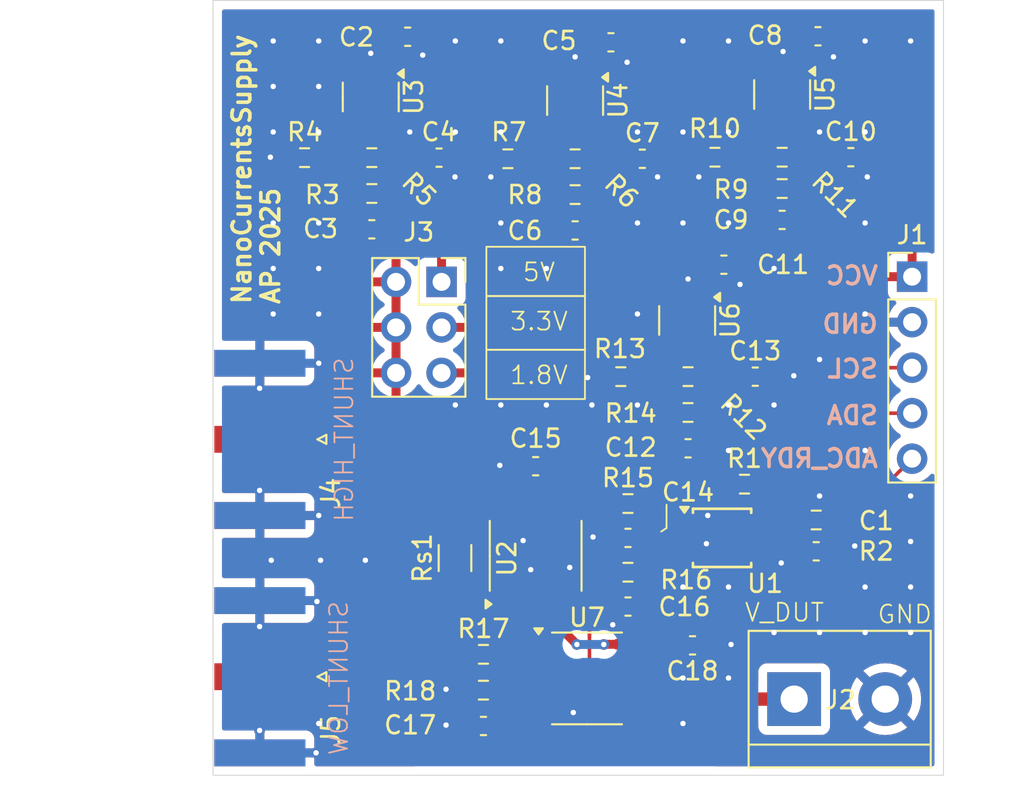
<source format=kicad_pcb>
(kicad_pcb (version 20240108) (generator "pcbnew") (generator_version "8.0")
  (layers (0 "F.Cu" signal) (31 "B.Cu" signal) (34 "B.Paste" user) (35 "F.Paste" user) (36 "B.SilkS" user "B.Silkscreen") (37 "F.SilkS" user "F.Silkscreen") (38 "B.Mask" user) (39 "F.Mask" user) (44 "Edge.Cuts" user))
  (net 0 "")
  (net 1 "+5VP")
  (net 2 "GND")
  (net 3 "VCC")
  (net 4 "Net-(U3-ADJ)")
  (net 5 "+5V")
  (net 6 "Net-(U4-ADJ)")
  (net 7 "+3.3V")
  (net 8 "Net-(U5-ADJ)")
  (net 9 "+1V8")
  (net 10 "Net-(U6-ADJ)")
  (net 11 "/ADC_IN_CURRENT")
  (net 12 "/ADC_IN_VOLTAGE")
  (net 13 "Net-(U7A-+)")
  (net 14 "I2C_SDA")
  (net 15 "I2C_SCL")
  (net 16 "RS_LOW")
  (net 17 "RS_HIGH")
  (net 18 "Net-(R15-Pad1)")
  (net 19 "Net-(U7A--)")
  (net 23 "ADC_RDY")
  (footprint "Capacitor_SMD:C_0603_1608Metric_Pad1.08x0.95mm_HandSolder" (layer "F.Cu") (at 114.15 51.25)
    (property "Reference" "C14")
    (property "Value" "~")
  )
  (footprint "Resistor_SMD:R_0603_1608Metric_Pad0.98x0.95mm_HandSolder" (layer "F.Cu") (at 106.0875 57.75)
    (property "Reference" "R17")
    (property "Value" "10k")
  )
  (footprint "Package_SO:TSSOP-10_3x3mm_P0.5mm" (layer "F.Cu") (at 119.4 51.25)
    (property "Reference" "U1")
    (property "Value" "ADS1015IDGS")
  )
  (footprint "TerminalBlock:TerminalBlock_bornier-2_P5.08mm" (layer "F.Cu") (at 123.42 60.25)
    (property "Reference" "J2")
    (property "Value" "Screw_Terminal_01x02")
  )
  (footprint "Resistor_SMD:R_0603_1608Metric_Pad0.98x0.95mm_HandSolder" (layer "F.Cu") (at 114.15 49.333334)
    (property "Reference" "R15")
    (property "Value" "~")
  )
  (footprint "Resistor_SMD:R_1206_3216Metric_Pad1.30x1.75mm_HandSolder" (layer "F.Cu") (at 104.5 52.375 90)
    (property "Reference" "Rs1")
    (property "Value" "1")
  )
  (footprint "Resistor_SMD:R_0603_1608Metric_Pad0.98x0.95mm_HandSolder" (layer "F.Cu") (at 117.5 42.25 180)
    (property "Reference" "R12")
    (property "Value" "470k")
  )
  (footprint "Capacitor_SMD:C_0603_1608Metric_Pad1.08x0.95mm_HandSolder" (layer "F.Cu") (at 122.75 33.5 180)
    (property "Reference" "C9")
    (property "Value" "0.1uF")
  )
  (footprint "Capacitor_SMD:C_0603_1608Metric_Pad1.08x0.95mm_HandSolder" (layer "F.Cu") (at 126.58 30)
    (property "Reference" "C10")
    (property "Value" "4.7uF")
  )
  (footprint "Capacitor_SMD:C_0603_1608Metric_Pad1.08x0.95mm_HandSolder" (layer "F.Cu") (at 117.75 57.25 180)
    (property "Reference" "C18")
    (property "Value" "100nF")
  )
  (footprint "Connector_PinHeader_2.54mm:PinHeader_1x05_P2.54mm_Vertical" (layer "F.Cu") (at 130 36.67)
    (property "Reference" "J1")
    (property "Value" "Conn_01x05_Pin")
  )
  (footprint "Package_SO:SOIC-8_3.9x4.9mm_P1.27mm" (layer "F.Cu") (at 109 52.25 90)
    (property "Reference" "U2")
    (property "Value" "INA240A1D")
  )
  (footprint "Capacitor_SMD:C_0603_1608Metric_Pad1.08x0.95mm_HandSolder" (layer "F.Cu") (at 117.5 46.25 180)
    (property "Reference" "C12")
    (property "Value" "0.1uF")
  )
  (footprint "Resistor_SMD:R_0603_1608Metric_Pad0.98x0.95mm_HandSolder" (layer "F.Cu") (at 111.2 30.0875 180)
    (property "Reference" "R6")
    (property "Value" "22k")
  )
  (footprint "Package_TO_SOT_SMD:SOT-23-5" (layer "F.Cu") (at 111.2 26.8375 -90)
    (property "Reference" "U4")
    (property "Value" "LP2980-ADJ")
  )
  (footprint "Capacitor_SMD:C_0603_1608Metric_Pad1.08x0.95mm_HandSolder" (layer "F.Cu") (at 114.95 30.0875)
    (property "Reference" "C7")
    (property "Value" "4.7uF")
  )
  (footprint "Capacitor_SMD:C_0603_1608Metric_Pad1.08x0.95mm_HandSolder" (layer "F.Cu") (at 111.2 34.0875 180)
    (property "Reference" "C6")
    (property "Value" "0.1uF")
  )
  (footprint "Connector_PinSocket_2.54mm:PinSocket_2x03_P2.54mm_Vertical" (layer "F.Cu") (at 103.75 36.96)
    (property "Reference" "J3")
    (property "Value" "Conn_02x03_Counter_Clockwise")
  )
  (footprint "Resistor_SMD:R_0603_1608Metric_Pad0.98x0.95mm_HandSolder" (layer "F.Cu") (at 120.65 48.25)
    (property "Reference" "R1")
    (property "Value" "10k")
  )
  (footprint "Capacitor_SMD:C_0603_1608Metric_Pad1.08x0.95mm_HandSolder" (layer "F.Cu") (at 106.0875 61.75)
    (property "Reference" "C17")
    (property "Value" "100nF")
  )
  (footprint "Capacitor_SMD:C_0603_1608Metric_Pad1.08x0.95mm_HandSolder" (layer "F.Cu") (at 113.2 23.5875)
    (property "Reference" "C5")
    (property "Value" "1uF")
  )
  (footprint "Resistor_SMD:R_0603_1608Metric_Pad0.98x0.95mm_HandSolder" (layer "F.Cu") (at 117.5 44.25 180)
    (property "Reference" "R14")
    (property "Value" "1M")
  )
  (footprint "Resistor_SMD:R_0603_1608Metric_Pad0.98x0.95mm_HandSolder" (layer "F.Cu") (at 96.11 30.025 180)
    (property "Reference" "R4")
    (property "Value" "100k")
  )
  (footprint "Capacitor_SMD:C_0603_1608Metric_Pad1.08x0.95mm_HandSolder" (layer "F.Cu") (at 121.25 42.25)
    (property "Reference" "C13")
    (property "Value" "4.7uF")
  )
  (footprint "Capacitor_SMD:C_0603_1608Metric_Pad1.08x0.95mm_HandSolder" (layer "F.Cu") (at 114.15 55.083334)
    (property "Reference" "C16")
    (property "Value" "~")
  )
  (footprint "Resistor_SMD:R_0603_1608Metric_Pad0.98x0.95mm_HandSolder" (layer "F.Cu") (at 99.86 32.025 180)
    (property "Reference" "R3")
    (property "Value" "470k")
  )
  (footprint "Resistor_SMD:R_0603_1608Metric_Pad0.98x0.95mm_HandSolder" (layer "F.Cu") (at 113.75 42.25 180)
    (property "Reference" "R13")
    (property "Value" "100k")
  )
  (footprint "Package_SO:SOIC-8_3.9x4.9mm_P1.27mm" (layer "F.Cu") (at 111.8625 59.095)
    (property "Reference" "U7")
    (property "Value" "LMV358")
  )
  (footprint "Capacitor_SMD:C_0603_1608Metric_Pad1.08x0.95mm_HandSolder" (layer "F.Cu") (at 99.86 34.025 180)
    (property "Reference" "C3")
    (property "Value" "0.1uF")
  )
  (footprint "Resistor_SMD:R_0603_1608Metric_Pad0.98x0.95mm_HandSolder" (layer "F.Cu") (at 124.65 50.25 180)
    (property "Reference" "R2")
    (property "Value" "10k")
  )
  (footprint "Capacitor_SMD:C_0603_1608Metric_Pad1.08x0.95mm_HandSolder" (layer "F.Cu") (at 101.86 23.275)
    (property "Reference" "C2")
    (property "Value" "1uF")
  )
  (footprint "Resistor_SMD:R_0603_1608Metric_Pad0.98x0.95mm_HandSolder" (layer "F.Cu") (at 106.0875 59.75 180)
    (property "Reference" "R18")
    (property "Value" "10k")
  )
  (footprint "Resistor_SMD:R_0603_1608Metric_Pad0.98x0.95mm_HandSolder" (layer "F.Cu") (at 111.2 32.0875 180)
    (property "Reference" "R8")
    (property "Value" "150k")
  )
  (footprint "Capacitor_SMD:C_0603_1608Metric_Pad1.08x0.95mm_HandSolder" (layer "F.Cu") (at 119.5 36)
    (property "Reference" "C11")
    (property "Value" "1uF")
  )
  (footprint "Package_TO_SOT_SMD:SOT-23-5" (layer "F.Cu") (at 117.45 39.1125 -90)
    (property "Reference" "U6")
    (property "Value" "LP2980-ADJ")
  )
  (footprint "Resistor_SMD:R_0603_1608Metric_Pad0.98x0.95mm_HandSolder" (layer "F.Cu") (at 122.75 31.75 180)
    (property "Reference" "R9")
    (property "Value" "100k")
  )
  (footprint "Connector_Coaxial:SMA_Amphenol_132289_EdgeMount" (layer "F.Cu") (at 93.6125 45.75 180)
    (property "Reference" "J4")
    (property "Value" "Conn_Coaxial")
  )
  (footprint "Resistor_SMD:R_0603_1608Metric_Pad0.98x0.95mm_HandSolder" (layer "F.Cu") (at 114.15 53.166666)
    (property "Reference" "R16")
    (property "Value" "~")
  )
  (footprint "Capacitor_SMD:C_0603_1608Metric_Pad1.08x0.95mm_HandSolder" (layer "F.Cu") (at 109 47.25 180)
    (property "Reference" "C15")
    (property "Value" "100nF")
  )
  (footprint "Resistor_SMD:R_0603_1608Metric_Pad0.98x0.95mm_HandSolder" (layer "F.Cu") (at 107.45 30.0875 180)
    (property "Reference" "R7")
    (property "Value" "100k")
  )
  (footprint "Capacitor_SMD:C_0603_1608Metric_Pad1.08x0.95mm_HandSolder" (layer "F.Cu") (at 103.61 30.025)
    (property "Reference" "C4")
    (property "Value" "4.7uF")
  )
  (footprint "Capacitor_SMD:C_0603_1608Metric_Pad1.08x0.95mm_HandSolder" (layer "F.Cu") (at 124.75 23.25)
    (property "Reference" "C8")
    (property "Value" "1uF")
  )
  (footprint "Resistor_SMD:R_0603_1608Metric_Pad0.98x0.95mm_HandSolder" (layer "F.Cu") (at 122.75 30 180)
    (property "Reference" "R11")
    (property "Value" "100k")
  )
  (footprint "Capacitor_SMD:C_0603_1608Metric_Pad1.08x0.95mm_HandSolder" (layer "F.Cu") (at 124.65 52)
    (property "Reference" "C1")
    (property "Value" "100nF")
  )
  (footprint "Package_TO_SOT_SMD:SOT-23-5" (layer "F.Cu") (at 99.8 26.6375 -90)
    (property "Reference" "U3")
    (property "Value" "LP2980-ADJ")
  )
  (footprint "Resistor_SMD:R_0603_1608Metric_Pad0.98x0.95mm_HandSolder" (layer "F.Cu") (at 119 30 180)
    (property "Reference" "R10")
    (property "Value" "100k")
  )
  (footprint "Connector_Coaxial:SMA_Amphenol_132289_EdgeMount" (layer "F.Cu") (at 93.6125 59 180)
    (property "Reference" "J5")
    (property "Value" "Conn_Coaxial")
  )
  (footprint "Resistor_SMD:R_0603_1608Metric_Pad0.98x0.95mm_HandSolder" (layer "F.Cu") (at 99.86 30.025 180)
    (property "Reference" "R5")
    (property "Value" "1M")
  )
  (footprint "Package_TO_SOT_SMD:SOT-23-5" (layer "F.Cu") (at 122.75 26.5 -90)
    (property "Reference" "U5")
    (property "Value" "LP2980-ADJ")
  )
  (gr_line (start 116.3 49.4) (end 116.3 50.7) (stroke (width 0.1)) (layer "F.SilkS"))
  (gr_rect (start 106.25 37.75) (end 111.75 40.75) (stroke (width 0.1)) (fill none) (layer "F.SilkS"))
  (gr_line (start 116.3 50.7) (end 116 50.9) (stroke (width 0.1)) (layer "F.SilkS"))
  (gr_rect (start 106.25 40.75) (end 111.75 43.5) (stroke (width 0.1)) (fill none) (layer "F.SilkS"))
  (gr_rect (start 106.25 35) (end 111.75 37.75) (stroke (width 0.1)) (fill none) (layer "F.SilkS"))
  (gr_rect (start 91 21.25) (end 131.75 64.5) (stroke (width 0.05)) (fill none) (layer "Edge.Cuts"))
  (gr_text "SDA" (at 128.2 45 0) (layer "B.SilkS") (effects (font (size 1 1) (thickness 0.2) (bold yes)) (justify left bottom mirror)))
  (gr_text "SHUNT_LOW" (at 98.6 54.7 90) (layer "B.SilkS") (effects (font (size 1 1) (thickness 0.1)) (justify left bottom mirror)))
  (gr_text "ADC_RDY" (at 128.2 47.4 0) (layer "B.SilkS") (effects (font (size 1 1) (thickness 0.2) (bold yes)) (justify left bottom mirror)))
  (gr_text "SHUNT_HIGH" (at 98.9 41.1 90) (layer "B.SilkS") (effects (font (size 1 1) (thickness 0.1)) (justify left bottom mirror)))
  (gr_text "GND" (at 128.2 39.9 0) (layer "B.SilkS") (effects (font (size 1 1) (thickness 0.2) (bold yes)) (justify left bottom mirror)))
  (gr_text "VCC" (at 128.2 37.2 0) (layer "B.SilkS") (effects (font (size 1 1) (thickness 0.2) (bold yes)) (justify left bottom mirror)))
  (gr_text "SCL" (at 128.2 42.4 0) (layer "B.SilkS") (effects (font (size 1 1) (thickness 0.2) (bold yes)) (justify left bottom mirror)))
  (gr_text "5V" (at 108.214285 37 0) (layer "F.SilkS") (effects (font (size 1 1) (thickness 0.1)) (justify left bottom)))
  (gr_text "NanoCurrentsSupply\nAP 2025" (at 94.8 38.3 90) (layer "F.SilkS") (effects (font (size 1 1) (thickness 0.2) (bold yes)) (justify left bottom)))
  (gr_text "GND" (at 128 56.1 0) (layer "F.SilkS") (effects (font (size 1 1) (thickness 0.1)) (justify left bottom)))
  (gr_text "V_DUT" (at 120.6 56 0) (layer "F.SilkS") (effects (font (size 1 1) (thickness 0.1)) (justify left bottom)))
  (gr_text "3.3V" (at 107.5 39.75 0) (layer "F.SilkS") (effects (font (size 1 1) (thickness 0.1)) (justify left bottom)))
  (gr_text "1.8V" (at 107.5 42.75 0) (layer "F.SilkS") (effects (font (size 1 1) (thickness 0.1)) (justify left bottom)))
  (segment (start 121.55 51.25) (end 120.95 51.25) (width 0.2) (layer "F.Cu") (net 1))
  (segment (start 118.3625 46.25) (end 118.3625 47.1875) (width 0.5) (layer "F.Cu") (net 1))
  (segment (start 117.3 48.25) (end 116.05 48.25) (width 0.5) (layer "F.Cu") (net 1))
  (segment (start 116.8875 57.25) (end 114.3975 57.25) (width 0.5) (layer "F.Cu") (net 1))
  (segment (start 109.635 54.725) (end 109.635 55.535) (width 0.5) (layer "F.Cu") (net 1))
  (segment (start 125.5375 50.25) (end 123.7875 52) (width 0.2) (layer "F.Cu") (net 1))
  (segment (start 118.4 46.2125) (end 118.3625 46.25) (width 0.5) (layer "F.Cu") (net 1))
  (segment (start 116.05 48.25) (end 115.05 47.25) (width 0.5) (layer "F.Cu") (net 1))
  (segment (start 119.7375 48.25) (end 119.7375 50.0375) (width 0.5) (layer "F.Cu") (net 1))
  (segment (start 122.35 51.25) (end 122.6 51.5) (width 0.2) (layer "F.Cu") (net 1))
  (segment (start 115.05 47.25) (end 109.8625 47.25) (width 0.5) (layer "F.Cu") (net 1))
  (segment (start 109.635 54.725) (end 109.635 49.775) (width 0.5) (layer "F.Cu") (net 1))
  (segment (start 119.7375 48.25) (end 117.3 48.25) (width 0.5) (layer "F.Cu") (net 1))
  (segment (start 112.81 57.19) (end 112.8 57.2) (width 0.5) (layer "F.Cu") (net 1))
  (segment (start 118.4 40.25) (end 118.4 46.2125) (width 0.5) (layer "F.Cu") (net 1))
  (segment (start 120.95 51.25) (end 120.3 50.6) (width 0.2) (layer "F.Cu") (net 1))
  (segment (start 123.7875 52) (end 123.1 52) (width 0.5) (layer "F.Cu") (net 1))
  (segment (start 119.7375 50.0375) (end 120.3 50.6) (width 0.5) (layer "F.Cu") (net 1))
  (segment (start 125.5625 50.25) (end 125.5375 50.25) (width 0.2) (layer "F.Cu") (net 1))
  (segment (start 109.635 48.265) (end 109.635 49.775) (width 0.5) (layer "F.Cu") (net 1))
  (segment (start 118.3625 47.1875) (end 117.3 48.25) (width 0.5) (layer "F.Cu") (net 1))
  (segment (start 114.3375 57.19) (end 112.81 57.19) (width 0.5) (layer "F.Cu") (net 1))
  (segment (start 120.3875 42.25) (end 118.4125 42.25) (width 0.5) (layer "F.Cu") (net 1))
  (segment (start 109.635 55.535) (end 111.3 57.2) (width 0.5) (layer "F.Cu") (net 1))
  (segment (start 123.1 52) (end 122.6 51.5) (width 0.5) (layer "F.Cu") (net 1))
  (segment (start 109.8625 47.25) (end 109.8625 48.0375) (width 0.5) (layer "F.Cu") (net 1))
  (segment (start 114.3975 57.25) (end 114.3375 57.19) (width 0.5) (layer "F.Cu") (net 1))
  (segment (start 109.8625 48.0375) (end 109.635 48.265) (width 0.5) (layer "F.Cu") (net 1))
  (segment (start 121.55 51.25) (end 122.35 51.25) (width 0.2) (layer "F.Cu") (net 1))
  (via (at 111.3 57.2) (size 0.6) (drill 0.3) (layers "F.Cu" "B.Cu") (net 1))
  (via (at 112.8 57.2) (size 0.6) (drill 0.3) (layers "F.Cu" "B.Cu") (net 1))
  (segment (start 111.3 57.2) (end 112.8 57.2) (width 0.5) (layer "B.Cu") (net 1))
  (segment (start 118.6125 57.25) (end 119.85 57.25) (width 0.2) (layer "F.Cu") (net 2))
  (segment (start 96.8 63.3) (end 96.75 63.25) (width 0.25) (layer "F.Cu") (net 2))
  (segment (start 117.45 37.975) (end 117.45 36.85) (width 0.25) (layer "F.Cu") (net 2))
  (segment (start 106.5375 30.0875) (end 106.5375 31.0625) (width 0.25) (layer "F.Cu") (net 2))
  (segment (start 104.4725 31.0725) (end 104.5 31.1) (width 0.25) (layer "F.Cu") (net 2))
  (segment (start 127.4425 30) (end 127.4425 31.0425) (width 0.25) (layer "F.Cu") (net 2))
  (segment (start 122.75 25.3625) (end 122.75 24.15) (width 0.25) (layer "F.Cu") (net 2))
  (segment (start 104.05 59.75) (end 104 59.7) (width 0.25) (layer "F.Cu") (net 2))
  (segment (start 106.5375 31.0625) (end 106.5 31.1) (width 0.25) (layer "F.Cu") (net 2))
  (segment (start 108.365 53.385) (end 108.365 54.725) (width 0.2) (layer "F.Cu") (net 2))
  (segment (start 93.6125 62.0125) (end 93.6 62) (width 0.25) (layer "F.Cu") (net 2))
  (segment (start 118.0875 30) (end 118.0875 31.0875) (width 0.25) (layer "F.Cu") (net 2))
  (segment (start 121.55 52.25) (end 122.3 52.25) (width 0.2) (layer "F.Cu") (net 2))
  (segment (start 102.7225 24.2775) (end 102.7 24.3) (width 0.25) (layer "F.Cu") (net 2))
  (segment (start 93.6125 63.25) (end 96.75 63.25) (width 0.25) (layer "F.Cu") (net 2))
  (segment (start 110.905 52.905) (end 110.9 52.9) (width 0.2) (layer "F.Cu") (net 2))
  (segment (start 118.0875 31.0875) (end 118.1 31.1) (width 0.25) (layer "F.Cu") (net 2))
  (segment (start 113.2875 55.083334) (end 113.2875 56.0875) (width 0.2) (layer "F.Cu") (net 2))
  (segment (start 99.8 25.5) (end 99.8 24.2) (width 0.25) (layer "F.Cu") (net 2))
  (segment (start 125.6125 24.4) (end 125.6125 23.25) (width 0.25) (layer "F.Cu") (net 2))
  (segment (start 122.1125 42.25) (end 123.35 42.25) (width 0.25) (layer "F.Cu") (net 2))
  (segment (start 93.6125 42.8875) (end 93.6 42.9) (width 0.25) (layer "F.Cu") (net 2))
  (segment (start 93.6125 63.25) (end 93.6125 62.0125) (width 0.25) (layer "F.Cu") (net 2))
  (segment (start 93.6125 54.75) (end 96.75 54.75) (width 0.25) (layer "F.Cu") (net 2))
  (segment (start 125.5125 52) (end 126.5 52) (width 0.2) (layer "F.Cu") (net 2))
  (segment (start 105.175 59.75) (end 104.05 59.75) (width 0.25) (layer "F.Cu") (net 2))
  (segment (start 112.8375 42.25) (end 111.95 42.25) (width 0.25) (layer "F.Cu") (net 2))
  (segment (start 120.3625 36) (end 120.3625 37.0625) (width 0.25) (layer "F.Cu") (net 2))
  (segment (start 121.55 52.25) (end 121.55 51.75) (width 0.2) (layer "F.Cu") (net 2))
  (segment (start 96.75 54.75) (end 96.8 54.8) (width 0.25) (layer "F.Cu") (net 2))
  (segment (start 117.45 36.85) (end 117.5 36.8) (width 0.25) (layer "F.Cu") (net 2))
  (segment (start 113.2875 51.25) (end 112.25 51.25) (width 0.2) (layer "F.Cu") (net 2))
  (segment (start 108.725 53.025) (end 108.365 53.385) (width 0.2) (layer "F.Cu") (net 2))
  (segment (start 119.85 57.25) (end 119.9 57.2) (width 0.2) (layer "F.Cu") (net 2))
  (segment (start 93.6125 50) (end 96.9 50) (width 0.25) (layer "F.Cu") (net 2))
  (segment (start 108.365 49.775) (end 108.365 51.335) (width 0.25) (layer "F.Cu") (net 2))
  (segment (start 114.0625 23.5875) (end 114.0625 24.6625) (width 0.25) (layer "F.Cu") (net 2))
  (segment (start 104.05 61.75) (end 104 61.7) (width 0.25) (layer "F.Cu") (net 2))
  (segment (start 127.4425 31.0425) (end 127.5 31.1) (width 0.25) (layer "F.Cu") (net 2))
  (segment (start 108.1375 47.25) (end 107.05 47.25) (width 0.25) (layer "F.Cu") (net 2))
  (segment (start 109.3875 61) (end 111.1 61) (width 0.25) (layer "F.Cu") (net 2))
  (segment (start 113.2875 56.0875) (end 113.3 56.1) (width 0.2) (layer "F.Cu") (net 2))
  (segment (start 117.25 51.25) (end 118.20147 51.25) (width 0.2) (layer "F.Cu") (net 2))
  (segment (start 108.365 51.335) (end 108.3 51.4) (width 0.25) (layer "F.Cu") (net 2))
  (segment (start 93.6125 48.6125) (end 93.6 48.6) (width 0.25) (layer "F.Cu") (net 2))
  (segment (start 120.3625 37.0625) (end 120.4 37.1) (width 0.25) (layer "F.Cu") (net 2))
  (segment (start 110.905 54.725) (end 110.905 52.905) (width 0.2) (layer "F.Cu") (net 2))
  (segment (start 93.6125 50) (end 93.6125 48.6125) (width 0.25) (layer "F.Cu") (net 2))
  (segment (start 115.8125 31.0875) (end 115.8 31.1) (width 0.25) (layer "F.Cu") (net 2))
  (segment (start 114.0625 24.6625) (end 114.1 24.7) (width 0.25) (layer "F.Cu") (net 2))
  (segment (start 115.8125 30.0875) (end 115.8125 31.0875) (width 0.25) (layer "F.Cu") (net 2))
  (segment (start 93.6 56.2) (end 93.6125 56.1875) (width 0.25) (layer "F.Cu") (net 2))
  (segment (start 117.25 50.25) (end 118.35 50.25) (width 0.2) (layer "F.Cu") (net 2))
  (segment (start 93.6125 41.5) (end 93.6125 42.8875) (width 0.25) (layer "F.Cu") (net 2))
  (segment (start 123.35 42.25) (end 123.4 42.2) (width 0.25) (layer "F.Cu") (net 2))
  (segment (start 93.6125 56.1875) (end 93.6125 54.75) (width 0.25) (layer "F.Cu") (net 2))
  (segment (start 102.7225 23.275) (end 102.7225 24.2775) (width 0.25) (layer "F.Cu") (net 2))
  (segment (start 112.25 51.25) (end 112.2 51.2) (width 0.2) (layer "F.Cu") (net 2))
  (segment (start 122.75 24.15) (end 122.8 24.1) (width 0.25) (layer "F.Cu") (net 2))
  (segment (start 122.3 52.25) (end 122.7 52.65) (width 0.2) (layer "F.Cu") (net 2))
  (segment (start 104.4725 30.025) (end 104.4725 31.0725) (width 0.25) (layer "F.Cu") (net 2))
  (segment (start 126.5 52) (end 126.8 51.7) (width 0.2) (layer "F.Cu") (net 2))
  (segment (start 94.225 30.025) (end 94.2 30) (width 0.25) (layer "F.Cu") (net 2))
  (segment (start 111.2 25.7) (end 111.2 24.4) (width 0.25) (layer "F.Cu") (net 2))
  (segment (start 105.225 61.75) (end 104.05 61.75) (width 0.25) (layer "F.Cu") (net 2))
  (segment (start 118.20147 51.25) (end 118.525735 51.574265) (width 0.2) (layer "F.Cu") (net 2))
  (segment (start 95.1975 30.025) (end 94.225 30.025) (width 0.25) (layer "F.Cu") (net 2))
  (segment (start 96.9 41.5) (end 93.6125 41.5) (width 0.25) (layer "F.Cu") (net 2))
  (segment (start 107.05 47.25) (end 107 47.2) (width 0.25) (layer "F.Cu") (net 2))
  (segment (start 118.35 50.25) (end 118.6 50) (width 0.2) (layer "F.Cu") (net 2))
  (segment (start 111.95 42.25) (end 111.9 42.3) (width 0.25) (layer "F.Cu") (net 2))
  (via (at 127.3775 23.51175) (size 0.6) (drill 0.3) (layers "F.Cu" "B.Cu") (net 2))
  (via (at 117.2175 23.51175) (size 0.6) (drill 0.3) (layers "F.Cu" "B.Cu") (net 2))
  (via (at 93.6 42.9) (size 0.6) (drill 0.3) (layers "F.Cu" "B.Cu") (net 2))
  (via (at 109.5975 36.21175) (size 0.6) (drill 0.3) (layers "F.Cu" "B.Cu") (net 2))
  (via (at 96.8975 38.75175) (size 0.6) (drill 0.3) (layers "F.Cu" "B.Cu") (net 2))
  (via (at 115.8 31.1) (size 0.6) (drill 0.3) (layers "F.Cu" "B.Cu") (net 2))
  (via (at 93.6 56.2) (size 0.6) (drill 0.3) (layers "F.Cu" "B.Cu") (net 2))
  (via (at 129.9175 53.99175) (size 0.6) (drill 0.3) (layers "F.Cu" "B.Cu") (net 2))
  (via (at 117.2175 59.07175) (size 0.6) (drill 0.3) (layers "F.Cu" "B.Cu") (net 2))
  (via (at 108.3 51.4) (size 0.6) (drill 0.3) (layers "F.Cu" "B.Cu") (net 2))
  (via (at 96.8 54.8) (size 0.6) (drill 0.3) (layers "F.Cu" "B.Cu") (net 2))
  (via (at 94.3575 38.75175) (size 0.6) (drill 0.3) (layers "F.Cu" "B.Cu") (net 2))
  (via (at 127.3775 33.67175) (size 0.6) (drill 0.3) (layers "F.Cu" "B.Cu") (net 2))
  (via (at 94.3575 36.21175) (size 0.6) (drill 0.3) (layers "F.Cu" "B.Cu") (net 2))
  (via (at 96.9 50) (size 0.6) (drill 0.3) (layers "F.Cu" "B.Cu") (net 2))
  (via (at 94.3575 26.05175) (size 0.6) (drill 0.3) (layers "F.Cu" "B.Cu") (net 2))
  (via (at 126.8 51.7) (size 0.6) (drill 0.3) (layers "F.Cu" "B.Cu") (net 2))
  (via (at 124.8375 41.29175) (size 0.6) (drill 0.3) (layers "F.Cu" "B.Cu") (net 2))
  (via (at 114.6775 28.59175) (size 0.6) (drill 0.3) (layers "F.Cu" "B.Cu") (net 2))
  (via (at 123.4 42.2) (size 0.6) (drill 0.3) (layers "F.Cu" "B.Cu") (net 2))
  (via (at 99.8 24.2) (size 0.6) (drill 0.3) (layers "F.Cu" "B.Cu") (net 2))
  (via (at 119.7575 43.83175) (size 0.6) (drill 0.3) (layers "F.Cu" "B.Cu") (net 2))
  (via (at 96.8975 26.05175) (size 0.6) (drill 0.3) (layers "F.Cu" "B.Cu") (net 2))
  (via (at 112.1375 43.83175) (size 0.6) (drill 0.3) (layers "F.Cu" "B.Cu") (net 2))
  (via (at 94.3575 28.59175) (size 0.6) (drill 0.3) (layers "F.Cu" "B.Cu") (net 2))
  (via (at 104 61.7) (size 0.6) (drill 0.3) (layers "F.Cu" "B.Cu") (net 2))
  (via (at 112.2 51.2) (size 0.6) (drill 0.3) (layers "F.Cu" "B.Cu") (net 2))
  (via (at 117.2175 28.59175) (size 0.6) (drill 0.3) (layers "F.Cu" "B.Cu") (net 2))
  (via (at 119.7575 46.37175) (size 0.6) (drill 0.3) (layers "F.Cu" "B.Cu") (net 2))
  (via (at 118.1 31.1) (size 0.6) (drill 0.3) (layers "F.Cu" "B.Cu") (net 2))
  (via (at 96.8975 28.59175) (size 0.6) (drill 0.3) (layers "F.Cu" "B.Cu") (net 2))
  (via (at 119.9 57.2) (size 0.6) (drill 0.3) (layers "F.Cu" "B.Cu") (net 2))
  (via (at 94.25 52.5) (size 0.6) (drill 0.3) (layers "F.Cu" "B.Cu") (net 2))
  (via (at 124.8375 28.59175) (size 0.6) (drill 0.3) (layers "F.Cu" "B.Cu") (net 2))
  (via (at 117.2175 61.61175) (size 0.6) (drill 0.3) (layers "F.Cu" "B.Cu") (net 2))
  (via (at 107.0575 33.67175) (size 0.6) (drill 0.3) (layers "F.Cu" "B.Cu") (net 2))
  (via (at 122.2975 56.53175) (size 0.6) (drill 0.3) (layers "F.Cu" "B.Cu") (net 2))
  (via (at 96.75 63.25) (size 0.6) (drill 0.3) (layers "F.Cu" "B.Cu") (net 2))
  (via (at 93.6 62) (size 0.6) (drill 0.3) (layers "F.Cu" "B.Cu") (net 2))
  (via (at 104.5175 23.51175) (size 0.6) (drill 0.3) (layers "F.Cu" "B.Cu") (net 2))
  (via (at 129.9175 56.53175) (size 0.6) (drill 0.3) (layers "F.Cu" "B.Cu") (net 2))
  (via (at 117.5 36.8) (size 0.6) (drill 0.3) (layers "F.Cu" "B.Cu") (net 2))
  (via (at 94.2 30) (size 0.6) (drill 0.3) (layers "F.Cu" "B.Cu") (net 2))
  (via (at 107.0575 23.51175) (size 0.6) (drill 0.3) (layers "F.Cu" "B.Cu") (net 2))
  (via (at 119.7575 23.51175) (size 0.6) (drill 0.3) (layers "F.Cu" "B.Cu") (net 2))
  (via (at 127.3775 46.37175) (size 0.6) (drill 0.3) (layers "F.Cu" "B.Cu") (net 2))
  (via (at 104.5175 28.59175) (size 0.6) (drill 0.3) (layers "F.Cu" "B.Cu") (net 2))
  (via (at 124.8375 48.91175) (size 0.6) (drill 0.3) (layers "F.Cu" "B.Cu") (net 2))
  (via (at 96.8975 36.21175) (size 0.6) (drill 0.3) (layers "F.Cu" "B.Cu") (net 2))
  (via (at 102.7 24.3) (size 0.6) (drill 0.3) (layers "F.Cu" "B.Cu") (net 2))
  (via (at 120.4 37.1) (size 0.6) (drill 0.3) (layers "F.Cu" "B.Cu") (net 2))
  (via (at 101.9775 28.59175) (size 0.6) (drill 0.3) (layers "F.Cu" "B.Cu") (net 2))
  (via (at 129.9175 51.45175) (size 0.6) (drill 0.3) (layers "F.Cu" "B.Cu") (net 2))
  (via (at 106.5 31.1) (size 0.6) (drill 0.3) (layers "F.Cu" "B.Cu") (net 2))
  (via (at 104 59.7) (size 0.6) (drill 0.3) (layers "F.Cu" "B.Cu") (net 2))
  (via (at 119.7575 53.99175) (size 0.6) (drill 0.3) (layers "F.Cu" "B.Cu") (net 2))
  (via (at 122.8 24.1) (size 0.6) (drill 0.3) (layers "F.Cu" "B.Cu") (net 2))
  (via (at 114.6775 33.67175) (size 0.6) (drill 0.3) (layers "F.Cu" "B.Cu") (net 2))
  (via (at 122.2975 36.21175) (size 0.6) (drill 0.3) (layers "F.Cu" "B.Cu") (net 2))
  (via (at 119.7575 33.67175) (size 0.6) (drill 0.3) (layers "F.Cu" "B.Cu") (net 2))
  (via (at 122.7 52.65) (size 0.6) (drill 0.3) (layers "F.Cu" "B.Cu") (net 2))
  (via (at 118.525735 51.574265) (size 0.6) (drill 0.3) (layers "F.Cu" "B.Cu") (net 2))
  (via (at 96.8975 33.67175) (size 0.6) (drill 0.3) (layers "F.Cu" "B.Cu") (net 2))
  (via (at 96.8975 23.51175) (size 0.6) (drill 0.3) (layers "F.Cu" "B.Cu") (net 2))
  (via (at 107 47.2) (size 0.6) (drill 0.3) (layers "F.Cu" "B.Cu") (net 2))
  (via (at 104.5 31.1) (size 0.6) (drill 0.3) (layers "F.Cu" "B.Cu") (net 2))
  (via (at 109.5975 43.83175) (size 0.6) (drill 0.3) (layers "F.Cu" "B.Cu") (net 2))
  (via (at 124.8375 56.53175) (size 0.6) (drill 0.3) (layers "F.Cu" "B.Cu") (net 2))
  (via (at 129.9175 48.91175) (size 0.6) (drill 0.3) (layers "F.Cu" "B.Cu") (net 2))
  (via (at 107.0575 36.21175) (size 0.6) (drill 0.3) (layers "F.Cu" "B.Cu") (net 2))
  (via (at 119.7575 59.07175) (size 0.6) (drill 0.3) (layers "F.Cu" "B.Cu") (net 2))
  (via (at 110.9 52.9) (size 0.6) (drill 0.3) (layers "F.Cu" "B.Cu") (net 2))
  (via (at 127.3775 28.59175) (size 0.6) (drill 0.3) (layers "F.Cu" "B.Cu") (net 2))
  (via (at 111.9 42.3) (size 0.6) (drill 0.3) (layers "F.Cu" "B.Cu") (net 2))
  (via (at 118.6 50) (size 0.6) (drill 0.3) (layers "F.Cu" "B.Cu") (net 2))
  (via (at 129.9175 23.51175) (size 0.6) (drill 0.3) (layers "F.Cu" "B.Cu") (net 2))
  (via (at 119.7575 28.59175) (size 0.6) (drill 0.3) (layers "F.Cu" "B.Cu") (net 2))
  (via (at 96.8975 61.61175) (size 0.6) (drill 0.3) (layers "F.Cu" "B.Cu") (net 2))
  (via (at 107.0575 28.59175) (size 0.6) (drill 0.3) (layers "F.Cu" "B.Cu") (net 2))
  (via (at 97 52.5) (size 0.6) (drill 0.3) (layers "F.Cu" "B.Cu") (net 2))
  (via (at 108.725 53.025) (size 0.6) (drill 0.3) (layers "F.Cu" "B.Cu") (net 2))
  (via (at 94.3575 33.67175) (size 0.6) (drill 0.3) (layers "F.Cu" "B.Cu") (net 2))
  (via (at 94.3575 23.51175) (size 0.6) (drill 0.3) (layers "F.Cu" "B.Cu") (net 2))
  (via (at 111.1 61) (size 0.6) (drill 0.3) (layers "F.Cu" "B.Cu") (net 2))
  (via (at 114.6775 38.75175) (size 0.6) (drill 0.3) (layers "F.Cu" "B.Cu") (net 2))
  (via (at 96.9 41.5) (size 0.6) (drill 0.3) (layers "F.Cu" "B.Cu") (net 2))
  (via (at 122.2975 43.83175) (size 0.6) (drill 0.3) (layers "F.Cu" "B.Cu") (net 2))
  (via (at 125.6125 24.4) (size 0.6) (drill 0.3) (layers "F.Cu" "B.Cu") (net 2))
  (via (at 127.3775 38.75175) (size 0.6) (drill 0.3) (layers "F.Cu" "B.Cu") (net 2))
  (via (at 117.2175 53.99175) (size 0.6) (drill 0.3) (layers "F.Cu" "B.Cu") (net 2))
  (via (at 111.2 24.4) (size 0.6) (drill 0.3) (layers "F.Cu" "B.Cu") (net 2))
  (via (at 127.5 31.1) (size 0.6) (drill 0.3) (layers "F.Cu" "B.Cu") (net 2))
  (via (at 127.3775 53.99175) (size 0.6) (drill 0.3) (layers "F.Cu" "B.Cu") (net 2))
  (via (at 117.2175 33.67175) (size 0.6) (drill 0.3) (layers "F.Cu" "B.Cu") (net 2))
  (via (at 113.3 56.1) (size 0.6) (drill 0.3) (layers "F.Cu" "B.Cu") (net 2))
  (via (at 99.5 52.5) (size 0.6) (drill 0.3) (layers "F.Cu" "B.Cu") (net 2))
  (via (at 114.6775 43.83175) (size 0.6) (drill 0.3) (layers "F.Cu" "B.Cu") (net 2))
  (via (at 104.5175 43.83175) (size 0.6) (drill 0.3) (layers "F.Cu" "B.Cu") (net 2))
  (via (at 93.6 48.6) (size 0.6) (drill 0.3) (layers "F.Cu" "B.Cu") (net 2))
  (via (at 107.0575 43.83175) (size 0.6) (drill 0.3) (layers "F.Cu" "B.Cu") (net 2))
  (via (at 127.3775 56.53175) (size 0.6) (drill 0.3) (layers "F.Cu" "B.Cu") (net 2))
  (via (at 114.1 24.7) (size 0.6) (drill 0.3) (layers "F.Cu" "B.Cu") (net 2))
  (segment (start 121.6625 25.5) (end 112.35 25.5) (width 0.5) (layer "F.Cu") (net 3))
  (segment (start 123.7 23.4375) (end 123.8875 23.25) (width 0.5) (layer "F.Cu") (net 3))
  (segment (start 100.75 23.5225) (end 100.9975 23.275) (width 0.5) (layer "F.Cu") (net 3))
  (segment (start 99.25 23.25) (end 99.275 23.275) (width 0.5) (layer "F.Cu") (net 3))
  (segment (start 125.58 36.67) (end 130 36.67) (width 0.5) (layer "F.Cu") (net 3))
  (segment (start 117 36) (end 118.6375 36) (width 0.5) (layer "F.Cu") (net 3))
  (segment (start 112.35 25.5) (end 112.15 25.7) (width 0.5) (layer "F.Cu") (net 3))
  (segment (start 110.25 25.7) (end 100.95 25.7) (width 0.5) (layer "F.Cu") (net 3))
  (segment (start 122.25 23.25) (end 123.8875 23.25) (width 0.5) (layer "F.Cu") (net 3))
  (segment (start 118.4 36.2375) (end 118.6375 36) (width 0.5) (layer "F.Cu") (net 3))
  (segment (start 100.95 25.7) (end 100.75 25.5) (width 0.5) (layer "F.Cu") (net 3))
  (segment (start 112.15 25.7) (end 112.15 23.775) (width 0.5) (layer "F.Cu") (net 3))
  (segment (start 123.7 25.3625) (end 123.7 23.4375) (width 0.5) (layer "F.Cu") (net 3))
  (segment (start 121.8 25.3625) (end 121.6625 25.5) (width 0.5) (layer "F.Cu") (net 3))
  (segment (start 98.85 25.5) (end 98.85 23.65) (width 0.5) (layer "F.Cu") (net 3))
  (segment (start 116.5 37.975) (end 116.5 36.5) (width 0.5) (layer "F.Cu") (net 3))
  (segment (start 118.4 37.975) (end 124.275 37.975) (width 0.5) (layer "F.Cu") (net 3))
  (segment (start 130 26.75) (end 130 36.67) (width 0.5) (layer "F.Cu") (net 3))
  (segment (start 124.275 37.975) (end 125.58 36.67) (width 0.5) (layer "F.Cu") (net 3))
  (segment (start 123.7 25.3625) (end 128.6125 25.3625) (width 0.5) (layer "F.Cu") (net 3))
  (segment (start 98.85 23.65) (end 99.25 23.25) (width 0.5) (layer "F.Cu") (net 3))
  (segment (start 99.275 23.275) (end 100.9975 23.275) (width 0.5) (layer "F.Cu") (net 3))
  (segment (start 118.4 37.975) (end 118.4 36.2375) (width 0.5) (layer "F.Cu") (net 3))
  (segment (start 121.8 25.3625) (end 121.8 23.7) (width 0.5) (layer "F.Cu") (net 3))
  (segment (start 128.6125 25.3625) (end 130 26.75) (width 0.5) (layer "F.Cu") (net 3))
  (segment (start 121.8 23.7) (end 122.25 23.25) (width 0.5) (layer "F.Cu") (net 3))
  (segment (start 116.5 36.5) (end 117 36) (width 0.5) (layer "F.Cu") (net 3))
  (segment (start 110.25 24) (end 110.25 25.7) (width 0.5) (layer "F.Cu") (net 3))
  (segment (start 110.6625 23.5875) (end 110.25 24) (width 0.5) (layer "F.Cu") (net 3))
  (segment (start 112.3375 23.5875) (end 110.6625 23.5875) (width 0.5) (layer "F.Cu") (net 3))
  (segment (start 112.15 23.775) (end 112.3375 23.5875) (width 0.5) (layer "F.Cu") (net 3))
  (segment (start 100.75 25.5) (end 100.75 23.5225) (width 0.5) (layer "F.Cu") (net 3))
  (segment (start 98.85 33.8775) (end 98.9975 34.025) (width 0.2) (layer "F.Cu") (net 4))
  (segment (start 97.0225 30.025) (end 98.9475 30.025) (width 0.2) (layer "F.Cu") (net 4))
  (segment (start 98.85 27.775) (end 98.85 33.8775) (width 0.2) (layer "F.Cu") (net 4))
  (segment (start 100.7225 34.025) (end 100.7225 27.8025) (width 0.5) (layer "F.Cu") (net 5))
  (segment (start 100.7225 34.025) (end 102.775 34.025) (width 0.5) (layer "F.Cu") (net 5))
  (segment (start 103.75 35) (end 103.75 36.96) (width 0.5) (layer "F.Cu") (net 5))
  (segment (start 100.7225 27.8025) (end 100.75 27.775) (width 0.5) (layer "F.Cu") (net 5))
  (segment (start 102.7475 30.025) (end 100.7725 30.025) (width 0.5) (layer "F.Cu") (net 5))
  (segment (start 102.775 34.025) (end 103.75 35) (width 0.5) (layer "F.Cu") (net 5))
  (segment (start 110.25 27.975) (end 110.25 34) (width 0.2) (layer "F.Cu") (net 6))
  (segment (start 110.25 34) (end 110.3375 34.0875) (width 0.2) (layer "F.Cu") (net 6))
  (segment (start 108.3625 30.0875) (end 110.2875 30.0875) (width 0.2) (layer "F.Cu") (net 6))
  (segment (start 112.0625 34.0875) (end 112.0625 28.0625) (width 0.5) (layer "F.Cu") (net 7))
  (segment (start 112.0625 28.0625) (end 112.15 27.975) (width 0.5) (layer "F.Cu") (net 7))
  (segment (start 109.5 39.5) (end 103.75 39.5) (width 0.5) (layer "F.Cu") (net 7))
  (segment (start 114.0875 30.0875) (end 112.1125 30.0875) (width 0.5) (layer "F.Cu") (net 7))
  (segment (start 112.0625 34.0875) (end 112.0625 36.9375) (width 0.5) (layer "F.Cu") (net 7))
  (segment (start 112.0625 36.9375) (end 109.5 39.5) (width 0.5) (layer "F.Cu") (net 7))
  (segment (start 119.9125 30) (end 121.8375 30) (width 0.2) (layer "F.Cu") (net 8))
  (segment (start 121.8 27.6375) (end 121.8 33.4125) (width 0.2) (layer "F.Cu") (net 8))
  (segment (start 121.8 33.4125) (end 121.8875 33.5) (width 0.2) (layer "F.Cu") (net 8))
  (segment (start 108.96 42.04) (end 116.25 34.75) (width 0.5) (layer "F.Cu") (net 9))
  (segment (start 103.75 42.04) (end 108.96 42.04) (width 0.5) (layer "F.Cu") (net 9))
  (segment (start 116.25 34.75) (end 122.3625 34.75) (width 0.5) (layer "F.Cu") (net 9))
  (segment (start 123.6125 33.5) (end 123.6125 27.725) (width 0.5) (layer "F.Cu") (net 9))
  (segment (start 123.6125 27.725) (end 123.7 27.6375) (width 0.5) (layer "F.Cu") (net 9))
  (segment (start 122.3625 34.75) (end 123.6125 33.5) (width 0.5) (layer "F.Cu") (net 9))
  (segment (start 125.7175 30) (end 123.6625 30) (width 0.5) (layer "F.Cu") (net 9))
  (segment (start 116.5 46.1125) (end 116.6375 46.25) (width 0.2) (layer "F.Cu") (net 10))
  (segment (start 114.6625 42.25) (end 116.5875 42.25) (width 0.2) (layer "F.Cu") (net 10))
  (segment (start 116.5 40.25) (end 116.5 46.1125) (width 0.2) (layer "F.Cu") (net 10))
  (segment (start 117.25 51.75) (end 116.5 51.75) (width 0.2) (layer "F.Cu") (net 11))
  (segment (start 115.0625 51.2) (end 115.0125 51.25) (width 0.2) (layer "F.Cu") (net 11))
  (segment (start 115.0625 49.333334) (end 115.0625 51.2) (width 0.2) (layer "F.Cu") (net 11))
  (segment (start 116 51.25) (end 115.0125 51.25) (width 0.2) (layer "F.Cu") (net 11))
  (segment (start 116.5 51.75) (end 116 51.25) (width 0.2) (layer "F.Cu") (net 11))
  (segment (start 115.0125 55.083334) (end 115.0125 53.216666) (width 0.2) (layer "F.Cu") (net 12))
  (segment (start 115.0625 53.166666) (end 115.083334 53.166666) (width 0.2) (layer "F.Cu") (net 12))
  (segment (start 116 52.25) (end 117.25 52.25) (width 0.2) (layer "F.Cu") (net 12))
  (segment (start 115.0125 53.216666) (end 115.0625 53.166666) (width 0.2) (layer "F.Cu") (net 12))
  (segment (start 115.083334 53.166666) (end 116 52.25) (width 0.2) (layer "F.Cu") (net 12))
  (segment (start 107.02 59.73) (end 107 59.75) (width 0.2) (layer "F.Cu") (net 13))
  (segment (start 107 57.75) (end 107 61.7) (width 0.2) (layer "F.Cu") (net 13))
  (segment (start 107 61.7) (end 106.95 61.75) (width 0.2) (layer "F.Cu") (net 13))
  (segment (start 109.3875 59.73) (end 107.02 59.73) (width 0.2) (layer "F.Cu") (net 13))
  (segment (start 123.7375 50.25) (end 123.7375 46.7625) (width 0.2) (layer "F.Cu") (net 14))
  (segment (start 123 50.25) (end 122.5 50.75) (width 0.2) (layer "F.Cu") (net 14))
  (segment (start 123.7375 46.7625) (end 126.21 44.29) (width 0.2) (layer "F.Cu") (net 14))
  (segment (start 126.21 44.29) (end 130 44.29) (width 0.2) (layer "F.Cu") (net 14))
  (segment (start 121.55 50.75) (end 122.5 50.75) (width 0.2) (layer "F.Cu") (net 14))
  (segment (start 123.7375 50.25) (end 123 50.25) (width 0.2) (layer "F.Cu") (net 14))
  (segment (start 130 41.75) (end 126.75 41.75) (width 0.2) (layer "F.Cu") (net 15))
  (segment (start 121.55 48.2625) (end 121.5625 48.25) (width 0.2) (layer "F.Cu") (net 15))
  (segment (start 121.55 50.25) (end 121.55 48.2625) (width 0.2) (layer "F.Cu") (net 15))
  (segment (start 121.5625 46.9375) (end 121.5625 48.25) (width 0.2) (layer "F.Cu") (net 15))
  (segment (start 126.75 41.75) (end 121.5625 46.9375) (width 0.2) (layer "F.Cu") (net 15))
  (segment (start 123.42 60.25) (end 121.25 60.25) (width 0.75) (layer "F.Cu") (net 16))
  (segment (start 121.25 60.25) (end 118.25 63.25) (width 0.75) (layer "F.Cu") (net 16))
  (segment (start 118.25 63.25) (end 103 63.25) (width 0.75) (layer "F.Cu") (net 16))
  (segment (start 99 59.25) (end 99 57.75) (width 0.75) (layer "F.Cu") (net 16))
  (segment (start 103 63.25) (end 99 59.25) (width 0.75) (layer "F.Cu") (net 16))
  (segment (start 111.975 49.775) (end 110.905 49.775) (width 0.2) (layer "F.Cu") (net 18))
  (segment (start 112.416666 49.333334) (end 111.975 49.775) (width 0.2) (layer "F.Cu") (net 18))
  (segment (start 113.2375 49.333334) (end 112.416666 49.333334) (width 0.2) (layer "F.Cu") (net 18))
  (segment (start 112 58.1) (end 112 56.5) (width 0.2) (layer "F.Cu") (net 19))
  (segment (start 112 56.75) (end 112 56.5) (width 0.2) (layer "F.Cu") (net 19))
  (segment (start 112 56.5) (end 112 54.5) (width 0.2) (layer "F.Cu") (net 19))
  (segment (start 113.2375 53.2625) (end 113.2375 53.166666) (width 0.2) (layer "F.Cu") (net 19))
  (segment (start 109.3875 57.19) (end 109.3875 58.46) (width 0.2) (layer "F.Cu") (net 19))
  (segment (start 109.3875 58.46) (end 111.64 58.46) (width 0.2) (layer "F.Cu") (net 19))
  (segment (start 112 54.5) (end 113.2375 53.2625) (width 0.2) (layer "F.Cu") (net 19))
  (segment (start 111.64 58.46) (end 112 58.1) (width 0.2) (layer "F.Cu") (net 19))
  (segment (start 127.5 49.33) (end 127.5 52) (width 0.2) (layer "F.Cu") (net 23))
  (segment (start 121.05 53.25) (end 118.55 50.75) (width 0.2) (layer "F.Cu") (net 23))
  (segment (start 130 46.83) (end 127.5 49.33) (width 0.2) (layer "F.Cu") (net 23))
  (segment (start 118.55 50.75) (end 117.25 50.75) (width 0.2) (layer "F.Cu") (net 23))
  (segment (start 126.25 53.25) (end 121.05 53.25) (width 0.2) (layer "F.Cu") (net 23))
  (segment (start 127.5 52) (end 126.25 53.25) (width 0.2) (layer "F.Cu") (net 23))
  (zone (net 17) (net_name "RS_HIGH") (layer "F.Cu") (priority 1) (connect_pads (clearance 0.5)) (min_thickness 0.25) (fill yes (thermal_gap 0.5) (thermal_bridge_width 0.5))
    (polygon (pts (xy 91 44) (xy 99.25 44) (xy 99.25 35.25) (xy 102.5 35.25) (xy 102.5 45.25) (xy 106.25 48) (xy 108 48) (xy 108 52.25) (xy 102.5 52.25) (xy 95 47.5) (xy 91 47.5)))
  )
  (zone (net 16) (net_name "RS_LOW") (layer "F.Cu") (priority 2) (connect_pads (clearance 0.5)) (min_thickness 0.25) (fill yes (thermal_gap 0.5) (thermal_bridge_width 0.5))
    (polygon (pts (xy 102.5 52.75) (xy 108 52.75) (xy 108 56.25) (xy 106 57.25) (xy 106 58.75) (xy 103.75 58.75) (xy 96.75 60.75) (xy 91 60.75) (xy 91 57.25) (xy 96.75 57.25)))
  )
  (zone (net 2) (net_name "GND") (layers "F&B.Cu") (connect_pads (clearance 0.5)) (min_thickness 0.25) (fill yes (thermal_gap 0.5) (thermal_bridge_width 0.5))
    (polygon (pts (xy 91 21.25) (xy 131.75 21.25) (xy 131.75 64.5) (xy 91 64.5)))
  )
)
</source>
